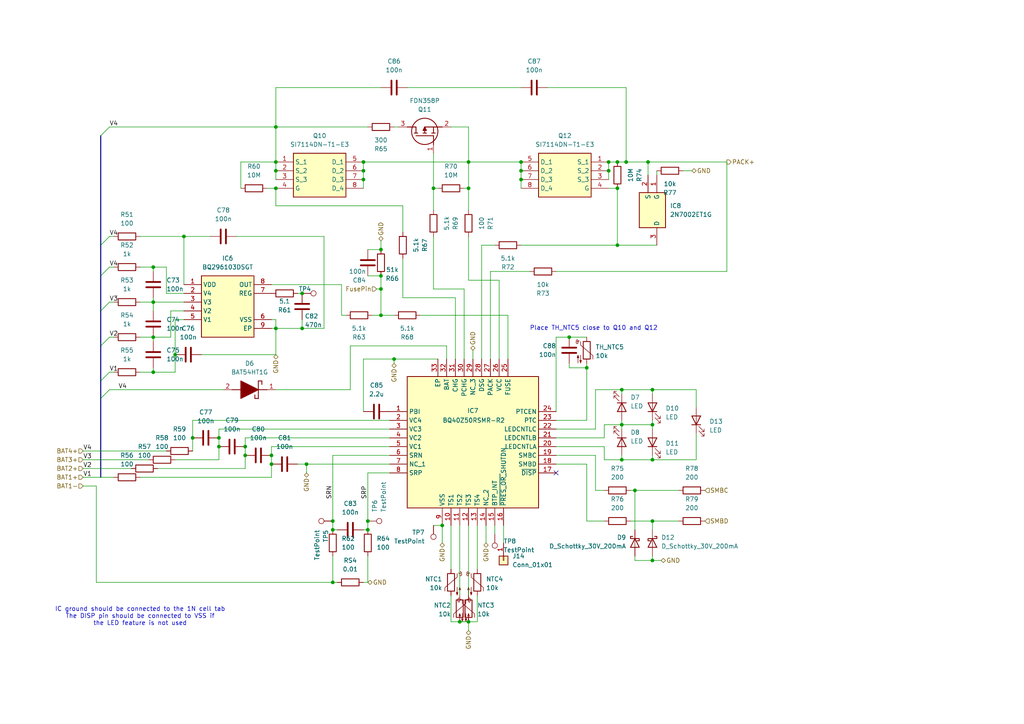
<source format=kicad_sch>
(kicad_sch (version 20250114) (generator "eeschema") (generator_version "9.0")
  (paper "A4")
  (text "Place TH_NTC5 close to Q10 and Q12" (at 172.212 95.25 0) (effects (font (size 1.27 1.27))))
  (text "IC ground should be connected to the 1N cell tab\nThe DISP pin should be connected to VSS if\nthe LED feature is not used" (at 40.64 178.816 0) (effects (font (size 1.27 1.27))))
  (junction (at 110.49 72.39))
  (junction (at 180.34 113.03))
  (junction (at 151.13 52.07))
  (junction (at 96.52 168.91))
  (junction (at 128.27 152.4))
  (junction (at 80.01 46.99))
  (junction (at 179.07 71.12))
  (junction (at 71.12 132.08))
  (junction (at 181.61 46.99))
  (junction (at 105.41 49.53))
  (junction (at 105.41 46.99))
  (junction (at 63.5 127))
  (junction (at 88.9 134.62))
  (junction (at 189.23 151.13))
  (junction (at 44.45 77.47))
  (junction (at 80.01 49.53))
  (junction (at 80.01 36.83))
  (junction (at 71.12 129.54))
  (junction (at 55.88 127))
  (junction (at 80.01 54.61))
  (junction (at 78.74 132.08))
  (junction (at 87.63 95.25))
  (junction (at 135.89 54.61))
  (junction (at 179.07 46.99))
  (junction (at 189.23 162.56))
  (junction (at 151.13 49.53))
  (junction (at 170.18 106.68))
  (junction (at 110.49 91.44))
  (junction (at 50.8 102.87))
  (junction (at 165.1 97.79))
  (junction (at 106.68 153.67))
  (junction (at 63.5 129.54))
  (junction (at 44.45 107.95))
  (junction (at 180.34 123.19))
  (junction (at 44.45 87.63))
  (junction (at 189.23 113.03))
  (junction (at 87.63 85.09))
  (junction (at 187.96 46.99))
  (junction (at 176.53 46.99))
  (junction (at 80.01 95.25))
  (junction (at 78.74 134.62))
  (junction (at 133.35 180.34))
  (junction (at 96.52 153.67))
  (junction (at 189.23 133.35))
  (junction (at 125.73 54.61))
  (junction (at 135.89 46.99))
  (junction (at 53.34 68.58))
  (junction (at 179.07 54.61))
  (junction (at 110.49 83.82))
  (junction (at 180.34 133.35))
  (junction (at 114.3 104.14))
  (junction (at 96.52 151.13))
  (junction (at 106.68 151.13))
  (junction (at 44.45 97.79))
  (junction (at 151.13 46.99))
  (junction (at 189.23 123.19))
  (junction (at 184.15 142.24))
  (junction (at 176.53 49.53))
  (junction (at 110.49 80.01))
  (junction (at 135.89 180.34))
  (junction (at 105.41 52.07))
  (no_connect (at 161.29 137.16))
  (bus_entry (at 29.21 100.33) (size 2.54 -2.54))
  (bus_entry (at 29.21 71.12) (size 2.54 -2.54))
  (bus_entry (at 29.21 39.37) (size 2.54 -2.54))
  (bus_entry (at 29.21 90.17) (size 2.54 -2.54))
  (bus_entry (at 29.21 80.01) (size 2.54 -2.54))
  (bus_entry (at 29.21 115.57) (size 2.54 -2.54))
  (bus_entry (at 29.21 110.49) (size 2.54 -2.54))
  (wire (pts (xy 175.26 133.35) (xy 180.34 133.35)))
  (wire (pts (xy 80.01 36.83) (xy 80.01 46.99)))
  (bus (pts (xy 29.21 110.49) (xy 29.21 115.57)))
  (bus (pts (xy 29.21 71.12) (xy 29.21 80.01)))
  (wire (pts (xy 63.5 133.35) (xy 50.8 133.35)))
  (wire (pts (xy 63.5 127) (xy 63.5 129.54)))
  (wire (pts (xy 179.07 46.99) (xy 181.61 46.99)))
  (wire (pts (xy 137.16 101.6) (xy 137.16 104.14)))
  (wire (pts (xy 135.89 81.28) (xy 135.89 68.58)))
  (wire (pts (xy 161.29 78.74) (xy 210.82 78.74)))
  (wire (pts (xy 116.84 59.69) (xy 116.84 67.31)))
  (bus (pts (xy 29.21 80.01) (xy 29.21 90.17)))
  (wire (pts (xy 31.75 97.79) (xy 33.02 97.79)))
  (wire (pts (xy 105.41 49.53) (xy 105.41 52.07)))
  (wire (pts (xy 40.64 97.79) (xy 44.45 97.79)))
  (wire (pts (xy 113.03 127) (xy 71.12 127)))
  (wire (pts (xy 133.35 152.4) (xy 133.35 172.72)))
  (wire (pts (xy 161.29 121.92) (xy 170.18 121.92)))
  (wire (pts (xy 78.74 134.62) (xy 78.74 132.08)))
  (wire (pts (xy 110.49 80.01) (xy 110.49 83.82)))
  (wire (pts (xy 53.34 82.55) (xy 53.34 68.58)))
  (wire (pts (xy 31.75 77.47) (xy 33.02 77.47)))
  (wire (pts (xy 189.23 151.13) (xy 196.85 151.13)))
  (wire (pts (xy 88.9 134.62) (xy 86.36 134.62)))
  (wire (pts (xy 180.34 123.19) (xy 189.23 123.19)))
  (wire (pts (xy 93.98 68.58) (xy 93.98 95.25)))
  (wire (pts (xy 44.45 97.79) (xy 49.53 97.79)))
  (wire (pts (xy 31.75 113.03) (xy 64.77 113.03)))
  (wire (pts (xy 189.23 133.35) (xy 201.93 133.35)))
  (wire (pts (xy 55.88 121.92) (xy 55.88 127)))
  (wire (pts (xy 138.43 180.34) (xy 135.89 180.34)))
  (wire (pts (xy 189.23 132.08) (xy 189.23 133.35)))
  (wire (pts (xy 176.53 49.53) (xy 176.53 52.07)))
  (wire (pts (xy 49.53 97.79) (xy 49.53 90.17)))
  (wire (pts (xy 48.26 85.09) (xy 53.34 85.09)))
  (wire (pts (xy 50.8 102.87) (xy 50.8 92.71)))
  (wire (pts (xy 106.68 153.67) (xy 106.68 151.13)))
  (wire (pts (xy 44.45 107.95) (xy 50.8 107.95)))
  (wire (pts (xy 170.18 105.41) (xy 170.18 106.68)))
  (wire (pts (xy 44.45 99.06) (xy 44.45 97.79)))
  (wire (pts (xy 135.89 36.83) (xy 130.81 36.83)))
  (wire (pts (xy 99.06 82.55) (xy 99.06 91.44)))
  (wire (pts (xy 210.82 78.74) (xy 210.82 46.99)))
  (wire (pts (xy 78.74 95.25) (xy 80.01 95.25)))
  (wire (pts (xy 114.3 105.41) (xy 114.3 104.14)))
  (wire (pts (xy 179.07 54.61) (xy 179.07 71.12)))
  (wire (pts (xy 96.52 168.91) (xy 97.79 168.91)))
  (wire (pts (xy 184.15 142.24) (xy 184.15 153.67)))
  (wire (pts (xy 130.81 180.34) (xy 130.81 172.72)))
  (wire (pts (xy 80.01 95.25) (xy 80.01 102.87)))
  (wire (pts (xy 170.18 151.13) (xy 170.18 134.62)))
  (wire (pts (xy 172.72 142.24) (xy 172.72 132.08)))
  (wire (pts (xy 184.15 162.56) (xy 184.15 161.29)))
  (wire (pts (xy 58.42 102.87) (xy 80.01 102.87)))
  (wire (pts (xy 55.88 127) (xy 55.88 130.81)))
  (wire (pts (xy 187.96 50.8) (xy 187.96 46.99)))
  (wire (pts (xy 151.13 49.53) (xy 151.13 52.07)))
  (wire (pts (xy 53.34 68.58) (xy 40.64 68.58)))
  (wire (pts (xy 50.8 92.71) (xy 53.34 92.71)))
  (wire (pts (xy 40.64 138.43) (xy 78.74 138.43)))
  (wire (pts (xy 139.7 71.12) (xy 139.7 104.14)))
  (wire (pts (xy 201.93 133.35) (xy 201.93 125.73)))
  (wire (pts (xy 181.61 46.99) (xy 187.96 46.99)))
  (wire (pts (xy 146.05 157.48) (xy 146.05 152.4)))
  (wire (pts (xy 180.34 132.08) (xy 180.34 133.35)))
  (wire (pts (xy 130.81 152.4) (xy 130.81 165.1)))
  (wire (pts (xy 189.23 113.03) (xy 180.34 113.03)))
  (wire (pts (xy 142.24 104.14) (xy 142.24 78.74)))
  (wire (pts (xy 53.34 68.58) (xy 60.96 68.58)))
  (wire (pts (xy 71.12 127) (xy 71.12 129.54)))
  (wire (pts (xy 175.26 123.19) (xy 175.26 127)))
  (wire (pts (xy 180.34 133.35) (xy 189.23 133.35)))
  (wire (pts (xy 78.74 132.08) (xy 78.74 129.54)))
  (wire (pts (xy 161.29 97.79) (xy 165.1 97.79)))
  (wire (pts (xy 105.41 52.07) (xy 105.41 54.61)))
  (wire (pts (xy 114.3 36.83) (xy 115.57 36.83)))
  (wire (pts (xy 44.45 87.63) (xy 53.34 87.63)))
  (wire (pts (xy 24.13 135.89) (xy 38.1 135.89)))
  (wire (pts (xy 27.94 140.97) (xy 27.94 168.91)))
  (wire (pts (xy 147.32 91.44) (xy 147.32 104.14)))
  (wire (pts (xy 49.53 90.17) (xy 53.34 90.17)))
  (wire (pts (xy 125.73 54.61) (xy 125.73 60.96)))
  (wire (pts (xy 179.07 71.12) (xy 190.5 71.12)))
  (wire (pts (xy 158.75 25.4) (xy 181.61 25.4)))
  (wire (pts (xy 135.89 46.99) (xy 135.89 54.61)))
  (wire (pts (xy 106.68 72.39) (xy 110.49 72.39)))
  (wire (pts (xy 135.89 182.88) (xy 135.89 180.34)))
  (wire (pts (xy 106.68 151.13) (xy 106.68 137.16)))
  (wire (pts (xy 172.72 124.46) (xy 172.72 113.03)))
  (wire (pts (xy 161.29 129.54) (xy 175.26 129.54)))
  (wire (pts (xy 198.12 49.53) (xy 200.66 49.53)))
  (wire (pts (xy 125.73 83.82) (xy 134.62 83.82)))
  (wire (pts (xy 105.41 104.14) (xy 105.41 119.38)))
  (wire (pts (xy 110.49 91.44) (xy 114.3 91.44)))
  (wire (pts (xy 210.82 46.99) (xy 187.96 46.99)))
  (wire (pts (xy 170.18 106.68) (xy 170.18 121.92)))
  (wire (pts (xy 40.64 77.47) (xy 44.45 77.47)))
  (wire (pts (xy 201.93 118.11) (xy 201.93 113.03)))
  (wire (pts (xy 110.49 83.82) (xy 110.49 91.44)))
  (wire (pts (xy 135.89 54.61) (xy 135.89 60.96)))
  (wire (pts (xy 191.77 162.56) (xy 189.23 162.56)))
  (wire (pts (xy 80.01 49.53) (xy 80.01 52.07)))
  (wire (pts (xy 176.53 46.99) (xy 176.53 49.53)))
  (wire (pts (xy 107.95 91.44) (xy 110.49 91.44)))
  (wire (pts (xy 175.26 127) (xy 161.29 127)))
  (wire (pts (xy 189.23 114.3) (xy 189.23 113.03)))
  (wire (pts (xy 105.41 153.67) (xy 106.68 153.67)))
  (wire (pts (xy 140.97 152.4) (xy 140.97 157.48)))
  (wire (pts (xy 172.72 132.08) (xy 161.29 132.08)))
  (wire (pts (xy 110.49 25.4) (xy 80.01 25.4)))
  (wire (pts (xy 118.11 25.4) (xy 151.13 25.4)))
  (wire (pts (xy 80.01 59.69) (xy 116.84 59.69)))
  (wire (pts (xy 88.9 134.62) (xy 113.03 134.62)))
  (wire (pts (xy 24.13 133.35) (xy 43.18 133.35)))
  (wire (pts (xy 80.01 54.61) (xy 80.01 59.69)))
  (wire (pts (xy 87.63 95.25) (xy 87.63 92.71)))
  (wire (pts (xy 69.85 46.99) (xy 80.01 46.99)))
  (wire (pts (xy 113.03 124.46) (xy 63.5 124.46)))
  (wire (pts (xy 132.08 104.14) (xy 132.08 86.36)))
  (wire (pts (xy 113.03 121.92) (xy 55.88 121.92)))
  (wire (pts (xy 31.75 87.63) (xy 33.02 87.63)))
  (wire (pts (xy 172.72 113.03) (xy 180.34 113.03)))
  (wire (pts (xy 110.49 69.85) (xy 110.49 72.39)))
  (wire (pts (xy 96.52 153.67) (xy 96.52 151.13)))
  (wire (pts (xy 109.22 83.82) (xy 110.49 83.82)))
  (wire (pts (xy 88.9 137.16) (xy 88.9 134.62)))
  (wire (pts (xy 151.13 71.12) (xy 179.07 71.12)))
  (wire (pts (xy 44.45 77.47) (xy 48.26 77.47)))
  (wire (pts (xy 151.13 52.07) (xy 151.13 54.61)))
  (bus (pts (xy 29.21 90.17) (xy 29.21 100.33)))
  (wire (pts (xy 175.26 129.54) (xy 175.26 133.35)))
  (wire (pts (xy 190.5 49.53) (xy 190.5 50.8)))
  (wire (pts (xy 50.8 107.95) (xy 50.8 102.87)))
  (wire (pts (xy 106.68 168.91) (xy 105.41 168.91)))
  (wire (pts (xy 182.88 142.24) (xy 184.15 142.24)))
  (wire (pts (xy 71.12 132.08) (xy 71.12 129.54)))
  (wire (pts (xy 144.78 81.28) (xy 135.89 81.28)))
  (wire (pts (xy 40.64 107.95) (xy 44.45 107.95)))
  (wire (pts (xy 87.63 95.25) (xy 93.98 95.25)))
  (wire (pts (xy 151.13 46.99) (xy 151.13 49.53)))
  (wire (pts (xy 129.54 100.33) (xy 129.54 104.14)))
  (wire (pts (xy 132.08 86.36) (xy 116.84 86.36)))
  (wire (pts (xy 201.93 113.03) (xy 189.23 113.03)))
  (wire (pts (xy 31.75 68.58) (xy 33.02 68.58)))
  (wire (pts (xy 24.13 130.81) (xy 48.26 130.81)))
  (wire (pts (xy 170.18 134.62) (xy 161.29 134.62)))
  (wire (pts (xy 44.45 78.74) (xy 44.45 77.47)))
  (wire (pts (xy 78.74 92.71) (xy 80.01 92.71)))
  (wire (pts (xy 105.41 104.14) (xy 114.3 104.14)))
  (wire (pts (xy 182.88 151.13) (xy 189.23 151.13)))
  (bus (pts (xy 29.21 39.37) (xy 29.21 71.12)))
  (wire (pts (xy 144.78 104.14) (xy 144.78 81.28)))
  (wire (pts (xy 165.1 97.79) (xy 170.18 97.79)))
  (wire (pts (xy 189.23 153.67) (xy 189.23 151.13)))
  (wire (pts (xy 106.68 161.29) (xy 106.68 168.91)))
  (wire (pts (xy 96.52 132.08) (xy 113.03 132.08)))
  (wire (pts (xy 24.13 138.43) (xy 33.02 138.43)))
  (wire (pts (xy 114.3 104.14) (xy 127 104.14)))
  (wire (pts (xy 127 54.61) (xy 125.73 54.61)))
  (wire (pts (xy 96.52 153.67) (xy 97.79 153.67)))
  (wire (pts (xy 77.47 54.61) (xy 80.01 54.61)))
  (wire (pts (xy 48.26 77.47) (xy 48.26 85.09)))
  (wire (pts (xy 78.74 129.54) (xy 113.03 129.54)))
  (wire (pts (xy 105.41 46.99) (xy 135.89 46.99)))
  (wire (pts (xy 180.34 123.19) (xy 180.34 124.46)))
  (bus (pts (xy 29.21 115.57) (xy 29.21 138.43)))
  (wire (pts (xy 125.73 68.58) (xy 125.73 83.82)))
  (wire (pts (xy 135.89 54.61) (xy 134.62 54.61)))
  (wire (pts (xy 189.23 162.56) (xy 184.15 162.56)))
  (wire (pts (xy 135.89 46.99) (xy 151.13 46.99)))
  (wire (pts (xy 31.75 36.83) (xy 80.01 36.83)))
  (wire (pts (xy 63.5 129.54) (xy 63.5 133.35)))
  (wire (pts (xy 125.73 44.45) (xy 125.73 54.61)))
  (wire (pts (xy 78.74 138.43) (xy 78.74 134.62)))
  (wire (pts (xy 80.01 25.4) (xy 80.01 36.83)))
  (wire (pts (xy 44.45 90.17) (xy 44.45 87.63)))
  (bus (pts (xy 29.21 100.33) (xy 29.21 110.49)))
  (wire (pts (xy 189.23 123.19) (xy 189.23 124.46)))
  (wire (pts (xy 80.01 46.99) (xy 80.01 49.53)))
  (wire (pts (xy 24.13 140.97) (xy 27.94 140.97)))
  (wire (pts (xy 138.43 172.72) (xy 138.43 180.34)))
  (wire (pts (xy 139.7 71.12) (xy 143.51 71.12)))
  (wire (pts (xy 101.6 113.03) (xy 101.6 100.33)))
  (wire (pts (xy 135.89 36.83) (xy 135.89 46.99)))
  (wire (pts (xy 130.81 180.34) (xy 133.35 180.34)))
  (wire (pts (xy 121.92 91.44) (xy 147.32 91.44)))
  (wire (pts (xy 80.01 92.71) (xy 80.01 95.25)))
  (wire (pts (xy 142.24 78.74) (xy 153.67 78.74)))
  (wire (pts (xy 161.29 124.46) (xy 172.72 124.46)))
  (wire (pts (xy 180.34 123.19) (xy 175.26 123.19)))
  (wire (pts (xy 175.26 142.24) (xy 172.72 142.24)))
  (wire (pts (xy 71.12 135.89) (xy 71.12 132.08)))
  (wire (pts (xy 189.23 162.56) (xy 189.23 161.29)))
  (wire (pts (xy 106.68 80.01) (xy 110.49 80.01)))
  (wire (pts (xy 86.36 85.09) (xy 87.63 85.09)))
  (wire (pts (xy 135.89 152.4) (xy 135.89 172.72)))
  (wire (pts (xy 175.26 151.13) (xy 170.18 151.13)))
  (wire (pts (xy 44.45 107.95) (xy 44.45 106.68)))
  (wire (pts (xy 105.41 46.99) (xy 105.41 49.53)))
  (wire (pts (xy 80.01 113.03) (xy 101.6 113.03)))
  (wire (pts (xy 44.45 86.36) (xy 44.45 87.63)))
  (wire (pts (xy 165.1 105.41) (xy 165.1 106.68)))
  (wire (pts (xy 189.23 121.92) (xy 189.23 123.19)))
  (wire (pts (xy 99.06 91.44) (xy 100.33 91.44)))
  (wire (pts (xy 125.73 152.4) (xy 128.27 152.4)))
  (wire (pts (xy 176.53 54.61) (xy 179.07 54.61)))
  (wire (pts (xy 40.64 87.63) (xy 44.45 87.63)))
  (wire (pts (xy 133.35 180.34) (xy 135.89 180.34)))
  (wire (pts (xy 176.53 46.99) (xy 179.07 46.99)))
  (wire (pts (xy 63.5 124.46) (xy 63.5 127)))
  (wire (pts (xy 116.84 86.36) (xy 116.84 74.93)))
  (wire (pts (xy 78.74 82.55) (xy 99.06 82.55)))
  (wire (pts (xy 69.85 54.61) (xy 69.85 46.99)))
  (wire (pts (xy 96.52 161.29) (xy 96.52 168.91)))
  (wire (pts (xy 106.68 36.83) (xy 80.01 36.83)))
  (wire (pts (xy 165.1 106.68) (xy 170.18 106.68)))
  (wire (pts (xy 143.51 152.4) (xy 143.51 154.94)))
  (wire (pts (xy 68.58 68.58) (xy 93.98 68.58)))
  (wire (pts (xy 184.15 142.24) (xy 196.85 142.24)))
  (wire (pts (xy 181.61 25.4) (xy 181.61 46.99)))
  (wire (pts (xy 101.6 100.33) (xy 129.54 100.33)))
  (wire (pts (xy 180.34 121.92) (xy 180.34 123.19)))
  (wire (pts (xy 138.43 152.4) (xy 138.43 165.1)))
  (wire (pts (xy 31.75 107.95) (xy 33.02 107.95)))
  (wire (pts (xy 96.52 132.08) (xy 96.52 151.13)))
  (wire (pts (xy 80.01 95.25) (xy 87.63 95.25)))
  (wire (pts (xy 134.62 104.14) (xy 134.62 83.82)))
  (wire (pts (xy 180.34 114.3) (xy 180.34 113.03)))
  (wire (pts (xy 161.29 119.38) (xy 161.29 97.79)))
  (wire (pts (xy 45.72 135.89) (xy 71.12 135.89)))
  (wire (pts (xy 128.27 152.4) (xy 128.27 157.48)))
  (wire (pts (xy 27.94 168.91) (xy 96.52 168.91)))
  (wire (pts (xy 106.68 137.16) (xy 113.03 137.16)))
  (label "V4" (at 36.83 113.03 180))
  (label "V4" (at 31.75 36.83 0))
  (label "V2" (at 31.75 97.79 0))
  (label "V3" (at 31.75 87.63 0))
  (label "SRN" (at 96.52 144.78 90))
  (label "SRP" (at 106.68 144.78 90))
  (label "V4" (at 31.75 77.47 0))
  (label "V4" (at 24.13 130.81 0))
  (label "V1" (at 24.13 138.43 0))
  (label "V1" (at 31.75 107.95 0))
  (label "V4" (at 31.75 68.58 0))
  (label "V3" (at 24.13 133.35 0))
  (label "V2" (at 24.13 135.89 0))
  (hierarchical_label "GND" (shape bidirectional) (at 114.3 105.41 270))
  (hierarchical_label "GND" (shape bidirectional) (at 88.9 137.16 270))
  (hierarchical_label "GND" (shape bidirectional) (at 128.27 157.48 270))
  (hierarchical_label "BAT4+" (shape input) (at 24.13 130.81 180))
  (hierarchical_label "GND" (shape bidirectional) (at 140.97 157.48 270))
  (hierarchical_label "GND" (shape bidirectional) (at 137.16 101.6 90))
  (hierarchical_label "GND" (shape bidirectional) (at 191.77 162.56 0))
  (hierarchical_label "BAT2+" (shape input) (at 24.13 135.89 180))
  (hierarchical_label "BAT1-" (shape input) (at 24.13 140.97 180))
  (hierarchical_label "BAT1+" (shape input) (at 24.13 138.43 180))
  (hierarchical_label "SMBD" (shape input) (at 204.47 151.13 0))
  (hierarchical_label "GND" (shape bidirectional) (at 110.49 69.85 90))
  (hierarchical_label "GND" (shape bidirectional) (at 200.66 49.53 0))
  (hierarchical_label "BAT3+" (shape input) (at 24.13 133.35 180))
  (hierarchical_label "GND" (shape bidirectional) (at 135.89 182.88 270))
  (hierarchical_label "PACK+" (shape output) (at 210.82 46.99 0))
  (hierarchical_label "GND" (shape bidirectional) (at 106.68 168.91 0))
  (hierarchical_label "GND" (shape bidirectional) (at 80.01 102.87 270))
  (hierarchical_label "FusePin" (shape input) (at 109.22 83.82 180))
  (hierarchical_label "SMBC" (shape input) (at 204.47 142.24 0))
  (symbol (lib_id "Device:C") (at 54.61 102.87 90) (unit 1)
    (property "Reference" "C76" (at 54.61 95.25 90))
    (property "Value" "100n" (at 54.61 97.79 90))
    (property "Footprint" "Capacitor_SMD:C_0603_1608Metric_Pad1.08x0.95mm_HandSolder" (effects (hide yes)))
    (property "Description" "Unpolarized capacitor" (effects (hide yes)))
    (property "Mouser Part Number" "GRM188R71E104KA01D" (effects (hide yes)))
    (property "Number-JLCPCB" "C77050" (effects (hide yes)))
  )
  (symbol (lib_id "Device:C") (at 101.6 153.67 90) (unit 1)
    (property "Reference" "C83" (at 101.6 146.05 90))
    (property "Value" "100n" (at 101.6 148.59 90))
    (property "Footprint" "Capacitor_SMD:C_0603_1608Metric_Pad1.08x0.95mm_HandSolder" (effects (hide yes)))
    (property "Description" "Unpolarized capacitor" (effects (hide yes)))
    (property "Mouser Part Number" "GRM188R71E104KA01D" (effects (hide yes)))
    (property "Number-JLCPCB" "C77050" (effects (hide yes)))
  )
  (symbol (lib_id "Device:Thermistor_NTC") (at 135.89 176.53 0) (unit 1)
    (property "Reference" "NTC3" (at 138.43 175.5774 0) (effects (justify left)))
    (property "Value" "10k" (at 138.43 178.1174 0) (effects (justify left)))
    (property "Footprint" "JST_XH_B2B-XH-A_1x02_P2.50mm_Vertical" (effects (hide yes)))
    (property "Description" "Temperature dependent resistor, negative temperature coefficient" (effects (hide yes)))
    (property "Mouser Part Number" "     B2B-XH-A(LF)(SN)" (effects (hide yes)))
    (property "Number-JLCPCB" "C158012" (effects (hide yes)))
  )
  (symbol (lib_id "Device:R") (at 106.68 157.48 180) (unit 1)
    (property "Reference" "R64" (at 109.22 156.2099 0) (effects (justify right)))
    (property "Value" "100" (at 109.22 158.7499 0) (effects (justify right)))
    (property "Footprint" "Resistor_SMD:R_0603_1608Metric_Pad0.98x0.95mm_HandSolder" (effects (hide yes)))
    (property "Description" "Resistor" (effects (hide yes)))
    (property "Mouser Part Number" "CRCW0603100RJNEAHP" (effects (hide yes)))
    (property "Number-JLCPCB" "C4264306" (effects (hide yes)))
  )
  (symbol (lib_id "Device:C") (at 87.63 88.9 0) (unit 1)
    (property "Reference" "C82" (at 88.392 91.694 0) (effects (justify left)))
    (property "Value" "470n" (at 88.392 94.234 0) (effects (justify left)))
    (property "Footprint" "Capacitor_SMD:C_0805_2012Metric_Pad1.18x1.45mm_HandSolder" (effects (hide yes)))
    (property "Description" "Unpolarized capacitor" (effects (hide yes)))
    (property "Mouser Part Number" "80-C0805C474M3PACTU" (effects (hide yes)))
    (property "Number-JLCPCB" "C2271305" (effects (hide yes)))
  )
  (symbol (lib_id "Device:R") (at 101.6 168.91 90) (unit 1)
    (property "Reference" "RS4" (at 101.6 162.56 90))
    (property "Value" "0.01" (at 101.6 165.1 90))
    (property "Footprint" "Resistor_SMD:R_1206_3216Metric_Pad1.30x1.75mm_HandSolder" (effects (hide yes)))
    (property "Datasheet" "https://www.mouser.fr/ProductDetail/Vishay-Dale/WSLP1206R0100FEA?qs=eFWhpKjIuGi0NI6XY8kkuw%3D%3D&srsltid=AfmBOoooiI7McZIlskk4Rx-Hyib-gmdAcVB4XZEoWDNt75eXP4xAhs-C" (effects (hide yes)))
    (property "Description" "Resistor" (effects (hide yes)))
    (property "Mouser Part Number" "71-WSLP1206R0100FEA " (effects (hide yes)))
    (property "Number-JLCPCB" "C844910" (effects (hide yes)))
  )
  (symbol (lib_id "Device:R") (at 36.83 68.58 270) (unit 1)
    (property "Reference" "R51" (at 36.83 62.23 90))
    (property "Value" "100" (at 36.83 64.77 90))
    (property "Footprint" "Resistor_SMD:R_0603_1608Metric_Pad0.98x0.95mm_HandSolder" (effects (hide yes)))
    (property "Description" "Resistor" (effects (hide yes)))
    (property "Mouser Part Number" "CRCW0603100RJNEAHP" (effects (hide yes)))
    (property "Number-JLCPCB" "C4264306" (effects (hide yes)))
  )
  (symbol (lib_id "Device:R") (at 110.49 76.2 180) (unit 1)
    (property "Reference" "R66" (at 113.792 80.772 0))
    (property "Value" "51k" (at 113.792 78.232 0))
    (property "Footprint" "Resistor_SMD:R_0603_1608Metric_Pad0.98x0.95mm_HandSolder" (effects (hide yes)))
    (property "Description" "Resistor" (effects (hide yes)))
    (property "Mouser Part Number" "0603WAJ0513T5E" (effects (hide yes)))
    (property "Number-JLCPCB" "C18672" (effects (hide yes)))
  )
  (symbol (lib_id "Device:R") (at 157.48 78.74 90) (unit 1)
    (property "Reference" "R73" (at 157.48 85.09 90))
    (property "Value" "10k" (at 157.48 82.55 90))
    (property "Footprint" "Resistor_SMD:R_0603_1608Metric_Pad0.98x0.95mm_HandSolder" (effects (hide yes)))
    (property "Description" "Resistor" (effects (hide yes)))
    (property "Mouser Part Number" "CRCW060310K0JNEA" (effects (hide yes)))
    (property "Number-JLCPCB" "C169103" (effects (hide yes)))
  )
  (symbol (lib_id "Device:R") (at 96.52 157.48 180) (unit 1)
    (property "Reference" "R62" (at 99.06 156.2099 0) (effects (justify right)))
    (property "Value" "100" (at 99.06 158.7499 0) (effects (justify right)))
    (property "Footprint" "Resistor_SMD:R_0603_1608Metric_Pad0.98x0.95mm_HandSolder" (effects (hide yes)))
    (property "Description" "Resistor" (effects (hide yes)))
    (property "Mouser Part Number" "CRCW0603100RJNEAHP" (effects (hide yes)))
    (property "Number-JLCPCB" "C4264306" (effects (hide yes)))
  )
  (symbol (lib_id "Device:D_Schottky") (at 184.15 157.48 90) (mirror x) (unit 1)
    (property "Reference" "D9" (at 181.61 155.8924 90) (effects (justify left)))
    (property "Value" "D_Schottky_30V_200mA" (at 181.61 158.4324 90) (effects (justify left)))
    (property "Footprint" "Diode_SMD:D_SOD-123" (effects (hide yes)))
    (property "Description" "Schottky diode" (effects (hide yes)))
    (property "Mouser Part Number" "78-BAT42W-E3-08 " (effects (hide yes)))
    (property "Number-JLCPCB" "C144923" (effects (hide yes)))
  )
  (symbol (lib_id "Device:R") (at 73.66 54.61 270) (unit 1)
    (property "Reference" "R60" (at 73.66 48.26 90))
    (property "Value" "10M" (at 73.66 50.8 90))
    (property "Footprint" "Resistor_SMD:R_0603_1608Metric_Pad0.98x0.95mm_HandSolder" (effects (hide yes)))
    (property "Description" "Resistor" (effects (hide yes)))
    (property "Mouser Part Number" "CRCW060310M0JNEA" (effects (hide yes)))
    (property "Number-JLCPCB" "C2090725" (effects (hide yes)))
  )
  (symbol (lib_id "Device:Thermistor_NTC") (at 130.81 168.91 0) (mirror y) (unit 1)
    (property "Reference" "NTC1" (at 128.27 167.9574 0) (effects (justify left)))
    (property "Value" "10k" (at 128.27 170.4974 0) (effects (justify left)))
    (property "Footprint" "JST_XH_B2B-XH-A_1x02_P2.50mm_Vertical" (effects (hide yes)))
    (property "Description" "Temperature dependent resistor, negative temperature coefficient" (effects (hide yes)))
    (property "Mouser Part Number" "     B2B-XH-A(LF)(SN)" (effects (hide yes)))
    (property "Number-JLCPCB" "C158012" (effects (hide yes)))
  )
  (symbol (lib_id "Device:R") (at 36.83 107.95 90) (unit 1)
    (property "Reference" "R55" (at 36.83 101.6 90))
    (property "Value" "1k" (at 36.83 104.14 90))
    (property "Footprint" "Resistor_SMD:R_0603_1608Metric_Pad0.98x0.95mm_HandSolder" (effects (hide yes)))
    (property "Description" "Resistor" (effects (hide yes)))
    (property "Mouser Part Number" "CRCW06031K00JNEA" (effects (hide yes)))
    (property "Number-JLCPCB" "C844748" (effects (hide yes)))
  )
  (symbol (lib_id "Device:C") (at 74.93 132.08 90) (unit 1)
    (property "Reference" "C80" (at 74.93 124.46 90))
    (property "Value" "100n" (at 74.93 127 90))
    (property "Footprint" "Capacitor_SMD:C_0603_1608Metric_Pad1.08x0.95mm_HandSolder" (effects (hide yes)))
    (property "Description" "Unpolarized capacitor" (effects (hide yes)))
    (property "Mouser Part Number" "GRM188R71E104KA01D" (effects (hide yes)))
    (property "Number-JLCPCB" "C77050" (effects (hide yes)))
  )
  (symbol (lib_id "Device:R") (at 194.31 49.53 90) (unit 1)
    (property "Reference" "R77" (at 194.31 55.88 90))
    (property "Value" "10k" (at 194.31 53.34 90))
    (property "Footprint" "Resistor_SMD:R_0603_1608Metric_Pad0.98x0.95mm_HandSolder" (effects (hide yes)))
    (property "Description" "Resistor" (effects (hide yes)))
    (property "Mouser Part Number" "CRCW060310K0JNEA" (effects (hide yes)))
    (property "Number-JLCPCB" "C169103" (effects (hide yes)))
  )
  (symbol (lib_id "Device:R") (at 104.14 91.44 270) (mirror x) (unit 1)
    (property "Reference" "R63" (at 104.14 97.79 90))
    (property "Value" "5.1k" (at 104.14 95.25 90))
    (property "Footprint" "Resistor_SMD:R_0603_1608Metric_Pad0.98x0.95mm_HandSolder" (effects (hide yes)))
    (property "Description" "Resistor" (effects (hide yes)))
    (property "Mouser Part Number" "CRCW06035K10JNEA" (effects (hide yes)))
    (property "Number-JLCPCB" "C2774420" (effects (hide yes)))
  )
  (symbol (lib_id "Connector_Generic:Conn_01x01") (at 146.05 162.56 270) (unit 1)
    (property "Reference" "J14" (at 148.59 161.2899 90) (effects (justify left)))
    (property "Value" "Conn_01x01" (at 148.59 163.8299 90) (effects (justify left)))
    (property "Footprint" "Connector_PinHeader_2.54mm:PinHeader_1x01_P2.54mm_Vertical" (effects (hide yes)))
    (property "Description" "Generic connector, single row, 01x01, script generated (kicad-library-utils/schlib/autogen/connector/)" (effects (hide yes)))
    (property "Mouser Part Number" "PZ254V-11-01P" (effects (hide yes)))
    (property "Number-JLCPCB" "C492400" (effects (hide yes)))
  )
  (symbol (lib_id "Device:LED") (at 201.93 121.92 90) (unit 1)
    (property "Reference" "D13" (at 205.74 122.2374 90) (effects (justify right)))
    (property "Value" "LED" (at 205.74 124.7774 90) (effects (justify right)))
    (property "Footprint" "Diode_SMD:D_1206_3216Metric_Pad1.42x1.75mm_HandSolder" (effects (hide yes)))
    (property "Description" "Light emitting diode" (effects (hide yes)))
    (property "Sim.Pins" "1=K 2=A" (effects (hide yes)))
    (property "Mouser Part Number" "APTR3216SGC | LTST-C150TBKT" (effects (hide yes)))
    (property "Number-JLCPCB" "C125088" (effects (hide yes)))
  )
  (symbol (lib_id "Device:R") (at 179.07 142.24 270) (unit 1)
    (property "Reference" "R75" (at 179.07 135.89 90))
    (property "Value" "200" (at 179.07 138.43 90))
    (property "Footprint" "Resistor_SMD:R_0603_1608Metric_Pad0.98x0.95mm_HandSolder" (effects (hide yes)))
    (property "Description" "Resistor" (effects (hide yes)))
    (property "Mouser Part Number" "0603WAF2000T5E0603WAF2000T5E" (effects (hide yes)))
    (property "Number-JLCPCB" "C8218" (effects (hide yes)))
  )
  (symbol (lib_id "Custom-Vincent:SI7114DN-T1-E3") (at 176.53 46.99 0) (mirror y) (unit 1)
    (property "Reference" "Q12" (at 163.83 39.37 0))
    (property "Value" "SI7114DN-T1-E3" (at 163.83 41.91 0))
    (property "Footprint" "Custom-Vincent:SQ7414AENT1GE3" (effects (hide yes)))
    (property "Datasheet" "https://www.vishay.com/docs/73039/si7114dn.pdf" (effects (hide yes)))
    (property "Description" "VISHAY - SI7114DN-T1-E3 - MOSFET, N CH, 30V, 11.7A, POWERPAK 1212" (effects (hide yes)))
    (property "Mouser Part Number" "781-SI7114DN-T1-E3" (effects (hide yes)))
    (property "Mouser Price/Stock" "https://www.mouser.co.uk/ProductDetail/Vishay-Semiconductors/SI7114DN-T1-E3?qs=jcx%252B0HVgj2bWpVPzT%252BQCvg%3D%3D" (effects (hide yes)))
    (property "Manufacturer_Name" "Vishay" (effects (hide yes)))
    (property "Manufacturer_Part_Number" "SI7114DN-T1-E3" (effects (hide yes)))
    (property "Number-JLCPCB" "C51908853" (effects (hide yes)))
  )
  (symbol (lib_id "Connector:TestPoint") (at 125.73 152.4 0) (mirror x) (unit 1) (in_bom no)
    (property "Reference" "TP7" (at 123.19 154.4319 0) (effects (justify right)))
    (property "Value" "TestPoint" (at 123.19 156.9719 0) (effects (justify right)))
    (property "Footprint" "TestPoint:TestPoint_THTPad_2.0x2.0mm_Drill1.0mm" (effects (hide yes)))
    (property "Description" "test point" (effects (hide yes)))
  )
  (symbol (lib_id "Custom-Vincent:BQ40Z50RSMR-R2") (at 137.16 127 0) (unit 1)
    (property "Reference" "IC7" (at 137.16 119.126 0))
    (property "Value" "BQ40Z50RSMR-R2" (at 137.414 121.92 0))
    (property "Footprint" "Custom-Vincent:QFN40P400X400X100-33N-D" (effects (hide yes)))
    (property "Datasheet" "http://www.ti.com/lit/gpn/bq40z50-r2" (effects (hide yes)))
    (property "Description" "Battery Management 1-Series, 2-Series, 3-Series, and 4-Series Li-Ion Battery 32-VQFN -40 to 85" (effects (hide yes)))
    (property "Height" "1" (effects (hide yes)))
    (property "Mouser Part Number" "595-BQ40Z50RSMR-R2" (effects (hide yes)))
    (property "Mouser Price/Stock" "https://www.mouser.co.uk/ProductDetail/Texas-Instruments/BQ40Z50RSMR-R2?qs=gt1LBUVyoHmsvE8FdFl4Fg%3D%3D" (effects (hide yes)))
    (property "Manufacturer_Name" "Texas Instruments" (effects (hide yes)))
    (property "Manufacturer_Part_Number" "BQ40Z50RSMR-R2" (effects (hide yes)))
    (property "Number-JLCPCB" "C2845123" (effects (hide yes)))
  )
  (symbol (lib_id "Device:C") (at 44.45 93.98 0) (unit 1)
    (property "Reference" "C74" (at 48.26 92.7099 0) (effects (justify left)))
    (property "Value" "100n" (at 48.26 95.2499 0) (effects (justify left)))
    (property "Footprint" "Capacitor_SMD:C_0603_1608Metric_Pad1.08x0.95mm_HandSolder" (effects (hide yes)))
    (property "Description" "Unpolarized capacitor" (effects (hide yes)))
    (property "Mouser Part Number" "GRM188R71E104KA01D" (effects (hide yes)))
    (property "Number-JLCPCB" "C77050" (effects (hide yes)))
  )
  (symbol (lib_id "Device:D_Schottky") (at 189.23 157.48 270) (unit 1)
    (property "Reference" "D12" (at 191.77 155.8924 90) (effects (justify left)))
    (property "Value" "D_Schottky_30V_200mA" (at 191.77 158.4324 90) (effects (justify left)))
    (property "Footprint" "Diode_SMD:D_SOD-123" (effects (hide yes)))
    (property "Description" "Schottky diode" (effects (hide yes)))
    (property "Mouser Part Number" "78-BAT42W-E3-08 " (effects (hide yes)))
    (property "Number-JLCPCB" "C144923" (effects (hide yes)))
  )
  (symbol (lib_id "Device:R") (at 46.99 133.35 90) (unit 1)
    (property "Reference" "R58" (at 46.99 127 90))
    (property "Value" "100" (at 46.99 129.54 90))
    (property "Footprint" "Resistor_SMD:R_0603_1608Metric_Pad0.98x0.95mm_HandSolder" (effects (hide yes)))
    (property "Description" "Resistor" (effects (hide yes)))
    (property "Mouser Part Number" "CRCW0603100RJNEAHP" (effects (hide yes)))
    (property "Number-JLCPCB" "C4264306" (effects (hide yes)))
  )
  (symbol (lib_id "Device:LED") (at 189.23 118.11 90) (unit 1)
    (property "Reference" "D10" (at 193.04 118.4274 90) (effects (justify right)))
    (property "Value" "LED" (at 193.04 120.9674 90) (effects (justify right)))
    (property "Footprint" "Diode_SMD:D_1206_3216Metric_Pad1.42x1.75mm_HandSolder" (effects (hide yes)))
    (property "Description" "Light emitting diode" (effects (hide yes)))
    (property "Sim.Pins" "1=K 2=A" (effects (hide yes)))
    (property "Mouser Part Number" "APTR3216SGC | LTST-C150TBKT" (effects (hide yes)))
    (property "Number-JLCPCB" "C125088" (effects (hide yes)))
  )
  (symbol (lib_id "Device:R") (at 130.81 54.61 270) (unit 1)
    (property "Reference" "R70" (at 130.81 48.26 90))
    (property "Value" "10M" (at 130.81 50.8 90))
    (property "Footprint" "Resistor_SMD:R_0603_1608Metric_Pad0.98x0.95mm_HandSolder" (effects (hide yes)))
    (property "Description" "Resistor" (effects (hide yes)))
    (property "Mouser Part Number" "CRCW060310M0JNEA" (effects (hide yes)))
    (property "Number-JLCPCB" "C2090725" (effects (hide yes)))
  )
  (symbol (lib_id "Device:C") (at 44.45 102.87 0) (unit 1)
    (property "Reference" "C75" (at 48.26 101.5999 0) (effects (justify left)))
    (property "Value" "100n" (at 48.26 104.1399 0) (effects (justify left)))
    (property "Footprint" "Capacitor_SMD:C_0603_1608Metric_Pad1.08x0.95mm_HandSolder" (effects (hide yes)))
    (property "Description" "Unpolarized capacitor" (effects (hide yes)))
    (property "Mouser Part Number" "GRM188R71E104KA01D" (effects (hide yes)))
    (property "Number-JLCPCB" "C77050" (effects (hide yes)))
  )
  (symbol (lib_id "Device:R") (at 116.84 71.12 180) (unit 1)
    (property "Reference" "R67" (at 123.19 71.12 90))
    (property "Value" "5.1k" (at 120.65 71.12 90))
    (property "Footprint" "Resistor_SMD:R_0603_1608Metric_Pad0.98x0.95mm_HandSolder" (effects (hide yes)))
    (property "Description" "Resistor" (effects (hide yes)))
    (property "Mouser Part Number" "CRCW06035K10JNEA" (effects (hide yes)))
    (property "Number-JLCPCB" "C2774420" (effects (hide yes)))
  )
  (symbol (lib_id "Device:R") (at 41.91 135.89 90) (unit 1)
    (property "Reference" "R57" (at 41.91 129.54 90))
    (property "Value" "100" (at 41.91 132.08 90))
    (property "Footprint" "Resistor_SMD:R_0603_1608Metric_Pad0.98x0.95mm_HandSolder" (effects (hide yes)))
    (property "Description" "Resistor" (effects (hide yes)))
    (property "Mouser Part Number" "CRCW0603100RJNEAHP" (effects (hide yes)))
    (property "Number-JLCPCB" "C4264306" (effects (hide yes)))
  )
  (symbol (lib_id "Connector:TestPoint") (at 87.63 85.09 270) (unit 1) (in_bom no)
    (property "Reference" "TP4" (at 86.614 83.82 90) (effects (justify left)))
    (property "Value" "TestPoint" (effects (hide yes)))
    (property "Footprint" "TestPoint:TestPoint_THTPad_2.0x2.0mm_Drill1.0mm" (effects (hide yes)))
    (property "Description" "test point" (effects (hide yes)))
  )
  (symbol (lib_id "Device:C") (at 109.22 119.38 90) (unit 1)
    (property "Reference" "C85" (at 109.22 111.76 90))
    (property "Value" "2.2u" (at 109.22 114.3 90))
    (property "Footprint" "Capacitor_SMD:C_0603_1608Metric_Pad1.08x0.95mm_HandSolder" (effects (hide yes)))
    (property "Description" "Unpolarized capacitor" (effects (hide yes)))
    (property "Mouser Part Number" "GRM188R6YA225KA12D" (effects (hide yes)))
    (property "Number-JLCPCB" "C86017" (effects (hide yes)))
  )
  (symbol (lib_id "Device:C") (at 44.45 82.55 0) (unit 1)
    (property "Reference" "C73" (at 48.26 81.2799 0) (effects (justify left)))
    (property "Value" "100n" (at 48.26 83.8199 0) (effects (justify left)))
    (property "Footprint" "Capacitor_SMD:C_0603_1608Metric_Pad1.08x0.95mm_HandSolder" (effects (hide yes)))
    (property "Description" "Unpolarized capacitor" (effects (hide yes)))
    (property "Mouser Part Number" "GRM188R71E104KA01D" (effects (hide yes)))
    (property "Number-JLCPCB" "C77050" (effects (hide yes)))
  )
  (symbol (lib_id "Custom-Vincent:BAT54HT1G") (at 82.55 113.03 180) (unit 1)
    (property "Reference" "D6" (at 72.39 105.41 0))
    (property "Value" "BAT54HT1G" (at 72.39 107.95 0))
    (property "Footprint" "Custom-Vincent:BAT54HT1G" (effects (hide yes)))
    (property "Datasheet" "https://www.onsemi.com/pub/Collateral/BAT54HT1-D.PDF" (effects (hide yes)))
    (property "Description" "Low Forward Voltage - 0.35 Volts (Typ) @ IF = 10 mAdc; Extremely Fast Switching Speed; Device Marking: JV; NSV Prefix for Automotive and Other Applications Requiring Unique Site and Control Change Requirements; AEC Qualified and PPAP Capable" (effects (hide yes)))
    (property "Height" "1.1" (effects (hide yes)))
    (property "Mouser Part Number" "863-BAT54HT1G" (effects (hide yes)))
    (property "Mouser Price/Stock" "https://www.mouser.co.uk/ProductDetail/onsemi/BAT54HT1G?qs=vLkC5FC1VN%252BK3ZQA%252ByHPIA%3D%3D" (effects (hide yes)))
    (property "Manufacturer_Name" "onsemi" (effects (hide yes)))
    (property "Manufacturer_Part_Number" "BAT54HT1G" (effects (hide yes)))
    (property "Number-JLCPCB" "C7422626" (effects (hide yes)))
  )
  (symbol (lib_id "Device:R") (at 36.83 97.79 90) (unit 1)
    (property "Reference" "R54" (at 36.83 91.44 90))
    (property "Value" "1k" (at 36.83 93.98 90))
    (property "Footprint" "Resistor_SMD:R_0603_1608Metric_Pad0.98x0.95mm_HandSolder" (effects (hide yes)))
    (property "Description" "Resistor" (effects (hide yes)))
    (property "Mouser Part Number" "CRCW06031K00JNEA" (effects (hide yes)))
    (property "Number-JLCPCB" "C844748" (effects (hide yes)))
  )
  (symbol (lib_id "Device:R") (at 147.32 71.12 90) (unit 1)
    (property "Reference" "R72" (at 147.32 77.47 90))
    (property "Value" "5.1k" (at 147.32 74.93 90))
    (property "Footprint" "Resistor_SMD:R_0603_1608Metric_Pad0.98x0.95mm_HandSolder" (effects (hide yes)))
    (property "Description" "Resistor" (effects (hide yes)))
    (property "Mouser Part Number" "CRCW06035K10JNEA" (effects (hide yes)))
    (property "Number-JLCPCB" "C2774420" (effects (hide yes)))
  )
  (symbol (lib_id "Device:R") (at 110.49 36.83 90) (unit 1)
    (property "Reference" "R65" (at 110.49 43.18 90))
    (property "Value" "300" (at 110.49 40.64 90))
    (property "Footprint" "Resistor_SMD:R_2512_6332Metric_Pad1.40x3.35mm_HandSolder" (effects (hide yes)))
    (property "Description" "Resistor" (effects (hide yes)))
    (property "Mouser Part Number" "25121WJ0301T4E" (effects (hide yes)))
    (property "Number-JLCPCB" "C25482" (effects (hide yes)))
  )
  (symbol (lib_id "Device:C") (at 114.3 25.4 90) (unit 1)
    (property "Reference" "C86" (at 114.3 17.78 90))
    (property "Value" "100n" (at 114.3 20.32 90))
    (property "Footprint" "Capacitor_SMD:C_0603_1608Metric_Pad1.08x0.95mm_HandSolder" (effects (hide yes)))
    (property "Description" "Unpolarized capacitor" (effects (hide yes)))
    (property "Mouser Part Number" "GRM188R71E104KA01D" (effects (hide yes)))
    (property "Number-JLCPCB" "C77050" (effects (hide yes)))
  )
  (symbol (lib_id "Device:R") (at 200.66 142.24 270) (unit 1)
    (property "Reference" "R78" (at 200.66 135.89 90))
    (property "Value" "200" (at 200.66 138.43 90))
    (property "Footprint" "Resistor_SMD:R_0603_1608Metric_Pad0.98x0.95mm_HandSolder" (effects (hide yes)))
    (property "Description" "Resistor" (effects (hide yes)))
    (property "Mouser Part Number" "0603WAF2000T5E0603WAF2000T5E" (effects (hide yes)))
    (property "Number-JLCPCB" "C8218" (effects (hide yes)))
  )
  (symbol (lib_id "Device:R") (at 179.07 50.8 180) (unit 1)
    (property "Reference" "R74" (at 185.42 50.8 90))
    (property "Value" "10M" (at 182.88 50.8 90))
    (property "Footprint" "Resistor_SMD:R_0603_1608Metric_Pad0.98x0.95mm_HandSolder" (effects (hide yes)))
    (property "Description" "Resistor" (effects (hide yes)))
    (property "Mouser Part Number" "CRCW060310M0JNEA" (effects (hide yes)))
    (property "Number-JLCPCB" "C2090725" (effects (hide yes)))
  )
  (symbol (lib_id "Device:R") (at 36.83 138.43 90) (unit 1)
    (property "Reference" "R56" (at 36.83 132.08 90))
    (property "Value" "100" (at 36.83 134.62 90))
    (property "Footprint" "Resistor_SMD:R_0603_1608Metric_Pad0.98x0.95mm_HandSolder" (effects (hide yes)))
    (property "Description" "Resistor" (effects (hide yes)))
    (property "Mouser Part Number" "CRCW0603100RJNEAHP" (effects (hide yes)))
    (property "Number-JLCPCB" "C4264306" (effects (hide yes)))
  )
  (symbol (lib_id "Device:C") (at 64.77 68.58 270) (unit 1)
    (property "Reference" "C78" (at 64.77 60.96 90))
    (property "Value" "100n" (at 64.77 63.5 90))
    (property "Footprint" "Capacitor_SMD:C_0603_1608Metric_Pad1.08x0.95mm_HandSolder" (effects (hide yes)))
    (property "Description" "Unpolarized capacitor" (effects (hide yes)))
    (property "Mouser Part Number" "GRM188R71E104KA01D" (effects (hide yes)))
    (property "Number-JLCPCB" "C77050" (effects (hide yes)))
  )
  (symbol (lib_id "Connector:TestPoint") (at 96.52 151.13 90) (unit 1) (in_bom no)
    (property "Reference" "TP5" (at 94.4881 153.67 0) (effects (justify right)))
    (property "Value" "TestPoint" (at 91.9481 153.67 0) (effects (justify right)))
    (property "Footprint" "TestPoint:TestPoint_THTPad_2.0x2.0mm_Drill1.0mm" (effects (hide yes)))
    (property "Description" "test point" (effects (hide yes)))
  )
  (symbol (lib_id "Device:LED") (at 180.34 118.11 270) (unit 1)
    (property "Reference" "D7" (at 182.88 115.2524 90) (effects (justify left)))
    (property "Value" "LED" (at 182.88 117.7924 90) (effects (justify left)))
    (property "Footprint" "Diode_SMD:D_1206_3216Metric_Pad1.42x1.75mm_HandSolder" (effects (hide yes)))
    (property "Description" "Light emitting diode" (effects (hide yes)))
    (property "Sim.Pins" "1=K 2=A" (effects (hide yes)))
    (property "Mouser Part Number" "APTR3216SGC | LTST-C150TBKT" (effects (hide yes)))
    (property "Number-JLCPCB" "C125088" (effects (hide yes)))
  )
  (symbol (lib_id "Device:Thermistor_NTC") (at 133.35 176.53 0) (mirror y) (unit 1)
    (property "Reference" "NTC2" (at 130.81 175.5774 0) (effects (justify left)))
    (property "Value" "10k" (at 130.81 178.1174 0) (effects (justify left)))
    (property "Footprint" "JST_XH_B2B-XH-A_1x02_P2.50mm_Vertical" (effects (hide yes)))
    (property "Description" "Temperature dependent resistor, negative temperature coefficient" (effects (hide yes)))
    (property "Mouser Part Number" "     B2B-XH-A(LF)(SN)" (effects (hide yes)))
    (property "Number-JLCPCB" "C158012" (effects (hide yes)))
  )
  (symbol (lib_id "Device:Thermistor_NTC") (at 138.43 168.91 0) (unit 1)
    (property "Reference" "NTC4" (at 140.97 167.9574 0) (effects (justify left)))
    (property "Value" "10k" (at 140.97 170.4974 0) (effects (justify left)))
    (property "Footprint" "JST_XH_B2B-XH-A_1x02_P2.50mm_Vertical" (effects (hide yes)))
    (property "Description" "Temperature dependent resistor, negative temperature coefficient" (effects (hide yes)))
    (property "Mouser Part Number" "     B2B-XH-A(LF)(SN)" (effects (hide yes)))
    (property "Number-JLCPCB" "C158012" (effects (hide yes)))
  )
  (symbol (lib_id "Device:R") (at 82.55 85.09 270) (mirror x) (unit 1)
    (property "Reference" "R61" (at 82.55 89.916 90))
    (property "Value" "5.1" (at 82.55 87.376 90))
    (property "Footprint" "Resistor_SMD:R_0402_1005Metric_Pad0.72x0.64mm_HandSolder" (effects (hide yes)))
    (property "Description" "Resistor" (effects (hide yes)))
    (property "Mouser Part Number" "CRCW04025R10JNED" (effects (hide yes)))
    (property "Number-JLCPCB" "C482216" (effects (hide yes)))
  )
  (symbol (lib_id "Device:C") (at 154.94 25.4 90) (unit 1)
    (property "Reference" "C87" (at 154.94 17.78 90))
    (property "Value" "100n" (at 154.94 20.32 90))
    (property "Footprint" "Capacitor_SMD:C_0603_1608Metric_Pad1.08x0.95mm_HandSolder" (effects (hide yes)))
    (property "Description" "Unpolarized capacitor" (effects (hide yes)))
    (property "Mouser Part Number" "GRM188R71E104KA01D" (effects (hide yes)))
    (property "Number-JLCPCB" "C77050" (effects (hide yes)))
  )
  (symbol (lib_id "Device:R") (at 118.11 91.44 270) (mirror x) (unit 1)
    (property "Reference" "R68" (at 118.11 97.79 90))
    (property "Value" "5.1k" (at 118.11 95.25 90))
    (property "Footprint" "Resistor_SMD:R_0603_1608Metric_Pad0.98x0.95mm_HandSolder" (effects (hide yes)))
    (property "Description" "Resistor" (effects (hide yes)))
    (property "Mouser Part Number" "CRCW06035K10JNEA" (effects (hide yes)))
    (property "Number-JLCPCB" "C2774420" (effects (hide yes)))
  )
  (symbol (lib_id "Custom-Vincent:2N7002ET1G") (at 190.5 50.8 270) (unit 1)
    (property "Reference" "IC8" (at 194.31 59.6899 90) (effects (justify left)))
    (property "Value" "2N7002ET1G" (at 194.31 62.2299 90) (effects (justify left)))
    (property "Footprint" "Package_TO_SOT_SMD:SOT-23-3" (effects (hide yes)))
    (property "Datasheet" "https://www.onsemi.com/pub/Collateral/2N7002E-D.PDF" (effects (hide yes)))
    (property "Description" "Small ; Low RDS(on); Trench Technology; RoHS Compliant" (effects (hide yes)))
    (property "Height" "1.11" (effects (hide yes)))
    (property "Mouser Part Number" "863-2N7002ET1G" (effects (hide yes)))
    (property "Mouser Price/Stock" "https://www.mouser.co.uk/ProductDetail/onsemi/2N7002ET1G?qs=PNhECL2hiouLrcURjXOtOg%3D%3D" (effects (hide yes)))
    (property "Manufacturer_Name" "onsemi" (effects (hide yes)))
    (property "Manufacturer_Part_Number" "2N7002ET1G" (effects (hide yes)))
    (property "Number-JLCPCB" "C71533" (effects (hide yes)))
  )
  (symbol (lib_id "Custom-Vincent:BQ296103DSGT") (at 53.34 82.55 0) (unit 1)
    (property "Reference" "IC6" (at 66.04 74.93 0))
    (property "Value" "BQ296103DSGT" (at 66.04 77.47 0))
    (property "Footprint" "Custom-Vincent:SON50P200X200X80-9N" (effects (hide yes)))
    (property "Datasheet" "http://www.ti.com/lit/ds/symlink/bq2961.pdf" (effects (hide yes)))
    (property "Description" "Battery Management 2-4S Overvoltage Protector" (effects (hide yes)))
    (property "Height" "0.8" (effects (hide yes)))
    (property "Mouser Part Number" "595-BQ296103DSGT" (effects (hide yes)))
    (property "Mouser Price/Stock" "https://www.mouser.co.uk/ProductDetail/Texas-Instruments/BQ296103DSGT?qs=cGEy3R83DS9PZfYUV0hTtA%3D%3D" (effects (hide yes)))
    (property "Manufacturer_Name" "Texas Instruments" (effects (hide yes)))
    (property "Manufacturer_Part_Number" "BQ296103DSGT" (effects (hide yes)))
    (property "Number-JLCPCB" "C2869662" (effects (hide yes)))
  )
  (symbol (lib_id "Device:C") (at 67.31 129.54 90) (unit 1)
    (property "Reference" "C79" (at 67.31 121.92 90))
    (property "Value" "100n" (at 67.31 124.46 90))
    (property "Footprint" "Capacitor_SMD:C_0603_1608Metric_Pad1.08x0.95mm_HandSolder" (effects (hide yes)))
    (property "Description" "Unpolarized capacitor" (effects (hide yes)))
    (property "Mouser Part Number" "GRM188R71E104KA01D" (effects (hide yes)))
    (property "Number-JLCPCB" "C77050" (effects (hide yes)))
  )
  (symbol (lib_id "Device:R") (at 179.07 151.13 270) (unit 1)
    (property "Reference" "R76" (at 179.07 144.78 90))
    (property "Value" "200" (at 179.07 147.32 90))
    (property "Footprint" "Resistor_SMD:R_0603_1608Metric_Pad0.98x0.95mm_HandSolder" (effects (hide yes)))
    (property "Description" "Resistor" (effects (hide yes)))
    (property "Mouser Part Number" "0603WAF2000T5E0603WAF2000T5E" (effects (hide yes)))
    (property "Number-JLCPCB" "C8218" (effects (hide yes)))
  )
  (symbol (lib_id "Device:LED") (at 189.23 128.27 90) (unit 1)
    (property "Reference" "D11" (at 193.04 128.5874 90) (effects (justify right)))
    (property "Value" "LED" (at 193.04 131.1274 90) (effects (justify right)))
    (property "Footprint" "Diode_SMD:D_1206_3216Metric_Pad1.42x1.75mm_HandSolder" (effects (hide yes)))
    (property "Description" "Light emitting diode" (effects (hide yes)))
    (property "Sim.Pins" "1=K 2=A" (effects (hide yes)))
    (property "Mouser Part Number" "APTR3216SGC | LTST-C150TBKT" (effects (hide yes)))
    (property "Number-JLCPCB" "C125088" (effects (hide yes)))
  )
  (symbol (lib_id "Device:Thermistor_NTC") (at 170.18 101.6 0) (unit 1)
    (property "Reference" "TH_NTC5" (at 172.72 100.6474 0) (effects (justify left)))
    (property "Value" "10k" (at 172.72 103.1874 0) (effects (justify left)))
    (property "Footprint" "Resistor_SMD:R_1206_3216Metric_Pad1.30x1.75mm_HandSolder" (effects (hide yes)))
    (property "Description" "Temperature dependent resistor, negative temperature coefficient" (effects (hide yes)))
    (property "Field5" "CRCW120610K0JNEA" (effects (hide yes)))
    (property "Number-JLCPCB" "C3152964" (effects (hide yes)))
    (property "Mouser Part Number" "B57621C5103J062" (effects (hide yes)))
  )
  (symbol (lib_id "Device:C") (at 59.69 127 90) (unit 1)
    (property "Reference" "C77" (at 59.69 119.5596 90))
    (property "Value" "100n" (at 59.69 122.0996 90))
    (property "Footprint" "Capacitor_SMD:C_0603_1608Metric_Pad1.08x0.95mm_HandSolder" (effects (hide yes)))
    (property "Description" "Unpolarized capacitor" (effects (hide yes)))
    (property "Mouser Part Number" "GRM188R71E104KA01D" (effects (hide yes)))
    (property "Number-JLCPCB" "C77050" (effects (hide yes)))
  )
  (symbol (lib_id "Device:R") (at 36.83 87.63 270) (mirror x) (unit 1)
    (property "Reference" "R53" (at 36.83 81.28 90))
    (property "Value" "1k" (at 36.83 83.82 90))
    (property "Footprint" "Resistor_SMD:R_0603_1608Metric_Pad0.98x0.95mm_HandSolder" (effects (hide yes)))
    (property "Description" "Resistor" (effects (hide yes)))
    (property "Mouser Part Number" "CRCW06031K00JNEA" (effects (hide yes)))
    (property "Number-JLCPCB" "C844748" (effects (hide yes)))
  )
  (symbol (lib_id "Device:R") (at 200.66 151.13 270) (unit 1)
    (property "Reference" "R79" (at 200.66 144.78 90))
    (property "Value" "200" (at 200.66 147.32 90))
    (property "Footprint" "Resistor_SMD:R_0603_1608Metric_Pad0.98x0.95mm_HandSolder" (effects (hide yes)))
    (property "Description" "Resistor" (effects (hide yes)))
    (property "Mouser Part Number" "0603WAF2000T5E0603WAF2000T5E" (effects (hide yes)))
    (property "Number-JLCPCB" "C8218" (effects (hide yes)))
  )
  (symbol (lib_id "Connector:TestPoint") (at 143.51 154.94 180) (unit 1) (in_bom no)
    (property "Reference" "TP8" (at 146.05 156.9719 0) (effects (justify right)))
    (property "Value" "TestPoint" (at 146.05 159.5119 0) (effects (justify right)))
    (property "Footprint" "TestPoint:TestPoint_THTPad_2.0x2.0mm_Drill1.0mm" (effects (hide yes)))
    (property "Description" "test point" (effects (hide yes)))
  )
  (symbol (lib_id "Device:C") (at 106.68 76.2 180) (unit 1)
    (property "Reference" "C84" (at 106.172 81.28 0) (effects (justify left)))
    (property "Value" "100n" (at 106.172 78.74 0) (effects (justify left)))
    (property "Footprint" "Capacitor_SMD:C_0603_1608Metric_Pad1.08x0.95mm_HandSolder" (effects (hide yes)))
    (property "Description" "Unpolarized capacitor" (effects (hide yes)))
    (property "Mouser Part Number" "GRM188R71E104KA01D" (effects (hide yes)))
    (property "Number-JLCPCB" "C77050" (effects (hide yes)))
  )
  (symbol (lib_id "Device:C") (at 165.1 101.6 0) (mirror x) (unit 1)
    (property "Reference" "C88" (at 161.29 100.3299 0) (effects (justify right)))
    (property "Value" "100n" (at 161.29 102.8699 0) (effects (justify right)))
    (property "Footprint" "Capacitor_SMD:C_0603_1608Metric_Pad1.08x0.95mm_HandSolder" (effects (hide yes)))
    (property "Description" "Unpolarized capacitor" (effects (hide yes)))
    (property "Mouser Part Number" "GRM188R71E104KA01D" (effects (hide yes)))
    (property "Number-JLCPCB" "C77050" (effects (hide yes)))
  )
  (symbol (lib_id "Custom-Vincent:FDN358P") (at 125.73 44.45 90) (unit 1)
    (property "Reference" "Q11" (at 123.19 31.75 90))
    (property "Value" "FDN358P" (at 123.19 29.21 90))
    (property "Footprint" "Custom-Vincent:FDN358P" (effects (hide yes)))
    (property "Datasheet" "https://www.onsemi.com/pub/Collateral/FDN358P-D.PDF" (effects (hide yes)))
    (property "Description" "High Performance Trench Technology for Extremely Low rDS(on); High Power Version of Industry Standard SOT-23 Package. Identical Pin-Out to SOT-23 with 30% Higher Power Handling Capability; RDS(ON) = 200 m @ VGS = 4.5 V. ; -1.5 A, -30 V; Low Gate Charge (4 nC typical); RDS(ON) = 125 m @ VGS = 10 V" (effects (hide yes)))
    (property "Height" "1.12" (effects (hide yes)))
    (property "Mouser Part Number" "512-FDN358P" (effects (hide yes)))
    (property "Mouser Price/Stock" "https://www.mouser.co.uk/ProductDetail/onsemi-Fairchild/FDN358P?qs=HK%252BeIG1iaagBDknOaDiHfQ%3D%3D" (effects (hide yes)))
    (property "Manufacturer_Name" "onsemi" (effects (hide yes)))
    (property "Manufacturer_Part_Number" "FDN358P" (effects (hide yes)))
    (property "Number-JLCPCB" "C24848" (effects (hide yes)))
  )
  (symbol (lib_id "Custom-Vincent:SI7114DN-T1-E3") (at 80.01 46.99 0) (unit 1)
    (property "Reference" "Q10" (at 92.71 39.37 0))
    (property "Value" "SI7114DN-T1-E3" (at 92.71 41.91 0))
    (property "Footprint" "Custom-Vincent:SQ7414AENT1GE3" (effects (hide yes)))
    (property "Datasheet" "https://www.vishay.com/docs/73039/si7114dn.pdf" (effects (hide yes)))
    (property "Description" "VISHAY - SI7114DN-T1-E3 - MOSFET, N CH, 30V, 11.7A, POWERPAK 1212" (effects (hide yes)))
    (property "Mouser Part Number" "781-SI7114DN-T1-E3" (effects (hide yes)))
    (property "Mouser Price/Stock" "https://www.mouser.co.uk/ProductDetail/Vishay-Semiconductors/SI7114DN-T1-E3?qs=jcx%252B0HVgj2bWpVPzT%252BQCvg%3D%3D" (effects (hide yes)))
    (property "Manufacturer_Name" "Vishay" (effects (hide yes)))
    (property "Manufacturer_Part_Number" "SI7114DN-T1-E3" (effects (hide yes)))
    (property "Number-JLCPCB" "C51908853" (effects (hide yes)))
  )
  (symbol (lib_id "Device:R") (at 135.89 64.77 180) (unit 1)
    (property "Reference" "R71" (at 142.24 64.77 90))
    (property "Value" "100" (at 139.7 64.77 90))
    (property "Footprint" "Resistor_SMD:R_0603_1608Metric_Pad0.98x0.95mm_HandSolder" (effects (hide yes)))
    (property "Description" "Resistor" (effects (hide yes)))
    (property "Mouser Part Number" "CRCW0603100RJNEAHP" (effects (hide yes)))
    (property "Number-JLCPCB" "C4264306" (effects (hide yes)))
  )
  (symbol (lib_id "Device:C") (at 82.55 134.62 90) (unit 1)
    (property "Reference" "C81" (at 82.55 127 90))
    (property "Value" "100n" (at 82.55 129.54 90))
    (property "Footprint" "Capacitor_SMD:C_0603_1608Metric_Pad1.08x0.95mm_HandSolder" (effects (hide yes)))
    (property "Description" "Unpolarized capacitor" (effects (hide yes)))
    (property "Mouser Part Number" "GRM188R71E104KA01D" (effects (hide yes)))
    (property "Number-JLCPCB" "C77050" (effects (hide yes)))
  )
  (symbol (lib_id "Device:LED") (at 180.34 128.27 270) (unit 1)
    (property "Reference" "D8" (at 182.88 125.4124 90) (effects (justify left)))
    (property "Value" "LED" (at 182.88 127.9524 90) (effects (justify left)))
    (property "Footprint" "Diode_SMD:D_1206_3216Metric_Pad1.42x1.75mm_HandSolder" (effects (hide yes)))
    (property "Description" "Light emitting diode" (effects (hide yes)))
    (property "Sim.Pins" "1=K 2=A" (effects (hide yes)))
    (property "Mouser Part Number" "APTR3216SGC | LTST-C150TBKT" (effects (hide yes)))
    (property "Number-JLCPCB" "C125088" (effects (hide yes)))
  )
  (symbol (lib_id "Connector:TestPoint") (at 106.68 151.13 270) (unit 1) (in_bom no)
    (property "Reference" "TP6" (at 108.7119 148.59 0) (effects (justify right)))
    (property "Value" "TestPoint" (at 111.2519 148.59 0) (effects (justify right)))
    (property "Footprint" "TestPoint:TestPoint_THTPad_2.0x2.0mm_Drill1.0mm" (effects (hide yes)))
    (property "Description" "test point" (effects (hide yes)))
  )
  (symbol (lib_id "Device:R") (at 36.83 77.47 270) (unit 1)
    (property "Reference" "R52" (at 36.83 71.12 90))
    (property "Value" "1k" (at 36.83 73.66 90))
    (property "Footprint" "Resistor_SMD:R_0603_1608Metric_Pad0.98x0.95mm_HandSolder" (effects (hide yes)))
    (property "Description" "Resistor" (effects (hide yes)))
    (property "Mouser Part Number" "CRCW06031K00JNEA" (effects (hide yes)))
    (property "Number-JLCPCB" "C844748" (effects (hide yes)))
  )
  (symbol (lib_id "Device:R") (at 52.07 130.81 90) (unit 1)
    (property "Reference" "R59" (at 52.07 124.46 90))
    (property "Value" "100" (at 52.07 127 90))
    (property "Footprint" "Resistor_SMD:R_0603_1608Metric_Pad0.98x0.95mm_HandSolder" (effects (hide yes)))
    (property "Description" "Resistor" (effects (hide yes)))
    (property "Mouser Part Number" "CRCW0603100RJNEAHP" (effects (hide yes)))
    (property "Number-JLCPCB" "C4264306" (effects (hide yes)))
  )
  (symbol (lib_id "Device:R") (at 125.73 64.77 180) (unit 1)
    (property "Reference" "R69" (at 132.08 64.77 90))
    (property "Value" "5.1k" (at 129.54 64.77 90))
    (property "Footprint" "Resistor_SMD:R_0603_1608Metric_Pad0.98x0.95mm_HandSolder" (effects (hide yes)))
    (property "Description" "Resistor" (effects (hide yes)))
    (property "Mouser Part Number" "CRCW06035K10JNEA" (effects (hide yes)))
    (property "Number-JLCPCB" "C2774420" (effects (hide yes)))
  )
)
</source>
